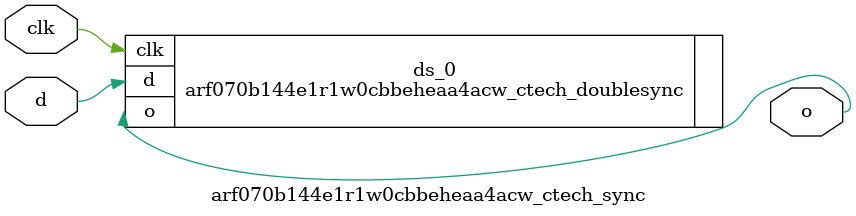
<source format=sv>

`ifndef ARF070B144E1R1W0CBBEHEAA4ACW_CTECH_SYNC_SV
`define ARF070B144E1R1W0CBBEHEAA4ACW_CTECH_SYNC_SV

module arf070b144e1r1w0cbbeheaa4acw_ctech_sync (
  input  logic  clk,
  input  logic  d,

  output logic  o
);

  arf070b144e1r1w0cbbeheaa4acw_ctech_doublesync ds_0 (.o(o), .d(d), .clk(clk));

endmodule // arf070b144e1r1w0cbbeheaa4acw_ctech_sync

`endif // ARF070B144E1R1W0CBBEHEAA4ACW_CTECH_SYNC_SV
</source>
